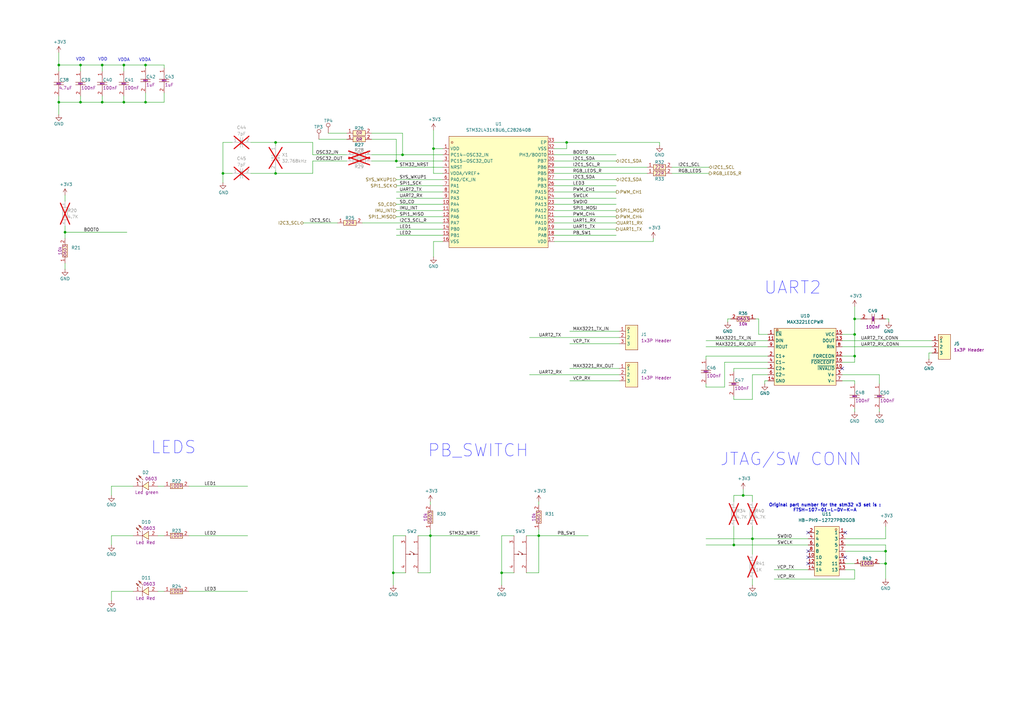
<source format=kicad_sch>
(kicad_sch (version 20250114) (generator "eeschema") (generator_version "9.0")
  (paper "A3")
  (text "PB_SWITCH" (at 196.088 184.912 0) (effects (font (size 5.08 5.08))))
  (text "LEDS" (at 71.12 183.642 0) (effects (font (size 5.08 5.08))))
  (text "VDD" (at 42.164 24.384 0) (effects (font (size 1.27 1.27))))
  (text "JTAG/SW CONN" (at 324.358 188.468 0) (effects (font (size 5.08 5.08))))
  (text "VDDA" (at 59.436 24.638 0) (effects (font (size 1.27 1.27))))
  (text "Original part number for the stm32 v3 set is :\nFTSH-107-01-L-DV-K-A\n" (at 338.328 208.28 0) (effects (font (size 1.27 1.27) (thickness 0.254) (bold yes))))
  (text "VDDA" (at 50.8 24.638 0) (effects (font (size 1.27 1.27))))
  (text "UART2\n" (at 325.12 118.11 0) (effects (font (size 5.08 5.08))))
  (text "VDD" (at 33.02 24.384 0) (effects (font (size 1.27 1.27))))
  (junction (at 24.13 41.91))
  (junction (at 24.13 26.67))
  (junction (at 113.03 58.42))
  (junction (at 304.8 203.2))
  (junction (at 177.8 60.96))
  (junction (at 50.8 26.67))
  (junction (at 41.91 26.67))
  (junction (at 41.91 41.91))
  (junction (at 162.56 66.04))
  (junction (at 26.67 95.25))
  (junction (at 205.74 234.95))
  (junction (at 176.53 219.71))
  (junction (at 113.03 71.12))
  (junction (at 50.8 41.91))
  (junction (at 350.52 130.81))
  (junction (at 91.44 71.12))
  (junction (at 232.41 58.42))
  (junction (at 59.69 41.91))
  (junction (at 350.52 146.05))
  (junction (at 33.02 41.91))
  (junction (at 308.61 220.98))
  (junction (at 220.98 219.71))
  (junction (at 165.1 63.5))
  (junction (at 59.69 26.67))
  (junction (at 350.52 137.16))
  (junction (at 300.99 223.52))
  (junction (at 363.22 231.14))
  (junction (at 363.22 226.06))
  (junction (at 33.02 26.67))
  (junction (at 161.29 234.95))
  (no_connect (at 331.47 228.6))
  (no_connect (at 331.47 218.44))
  (no_connect (at 346.71 218.44))
  (no_connect (at 345.44 151.13))
  (no_connect (at 331.47 231.14))
  (no_connect (at 331.47 226.06))
  (no_connect (at 346.71 228.6))
  (wire (pts (xy 363.22 130.81) (xy 364.49 130.81)))
  (wire (pts (xy 381 144.78) (xy 382.27 144.78)))
  (wire (pts (xy 181.61 71.12) (xy 177.8 71.12)))
  (wire (pts (xy 24.13 21.59) (xy 24.13 26.67)))
  (wire (pts (xy 345.44 142.24) (xy 382.27 142.24)))
  (wire (pts (xy 363.22 220.98) (xy 363.22 215.9)))
  (wire (pts (xy 205.74 234.95) (xy 205.74 240.03)))
  (wire (pts (xy 67.31 27.94) (xy 67.31 26.67)))
  (wire (pts (xy 308.61 203.2) (xy 304.8 203.2)))
  (wire (pts (xy 217.17 153.67) (xy 254 153.67)))
  (wire (pts (xy 45.72 199.39) (xy 54.61 199.39)))
  (wire (pts (xy 360.68 153.67) (xy 360.68 157.48)))
  (wire (pts (xy 363.22 231.14) (xy 363.22 237.49)))
  (wire (pts (xy 364.49 130.81) (xy 364.49 132.08)))
  (wire (pts (xy 297.18 158.75) (xy 297.18 148.59)))
  (wire (pts (xy 113.03 71.12) (xy 113.03 69.85)))
  (wire (pts (xy 205.74 219.71) (xy 205.74 234.95)))
  (wire (pts (xy 300.99 162.56) (xy 300.99 163.83)))
  (wire (pts (xy 311.15 137.16) (xy 311.15 130.81)))
  (wire (pts (xy 350.52 167.64) (xy 350.52 168.91)))
  (wire (pts (xy 227.33 81.28) (xy 252.73 81.28)))
  (wire (pts (xy 317.5 237.49) (xy 350.52 237.49)))
  (wire (pts (xy 345.44 139.7) (xy 382.27 139.7)))
  (wire (pts (xy 171.45 234.95) (xy 176.53 234.95)))
  (wire (pts (xy 171.45 219.71) (xy 176.53 219.71)))
  (wire (pts (xy 298.45 132.08) (xy 298.45 130.81)))
  (wire (pts (xy 360.68 167.64) (xy 360.68 168.91)))
  (wire (pts (xy 220.98 219.71) (xy 241.3 219.71)))
  (wire (pts (xy 220.98 234.95) (xy 220.98 219.71)))
  (wire (pts (xy 205.74 234.95) (xy 210.82 234.95)))
  (wire (pts (xy 227.33 58.42) (xy 232.41 58.42)))
  (wire (pts (xy 50.8 41.91) (xy 41.91 41.91)))
  (wire (pts (xy 308.61 220.98) (xy 331.47 220.98)))
  (wire (pts (xy 176.53 205.74) (xy 176.53 207.01)))
  (wire (pts (xy 59.69 27.94) (xy 59.69 26.67)))
  (wire (pts (xy 102.87 71.12) (xy 113.03 71.12)))
  (wire (pts (xy 345.44 146.05) (xy 350.52 146.05)))
  (wire (pts (xy 165.1 63.5) (xy 165.1 54.61)))
  (wire (pts (xy 45.72 246.38) (xy 45.72 242.57)))
  (wire (pts (xy 304.8 203.2) (xy 304.8 200.66)))
  (wire (pts (xy 26.67 95.25) (xy 52.07 95.25)))
  (wire (pts (xy 77.47 242.57) (xy 101.6 242.57)))
  (wire (pts (xy 227.33 83.82) (xy 252.73 83.82)))
  (wire (pts (xy 91.44 58.42) (xy 91.44 71.12)))
  (wire (pts (xy 177.8 99.06) (xy 177.8 105.41)))
  (wire (pts (xy 176.53 219.71) (xy 196.85 219.71)))
  (wire (pts (xy 45.72 223.52) (xy 45.72 219.71)))
  (wire (pts (xy 300.99 223.52) (xy 300.99 215.9)))
  (wire (pts (xy 152.4 66.04) (xy 162.56 66.04)))
  (wire (pts (xy 275.59 68.58) (xy 290.83 68.58)))
  (wire (pts (xy 148.59 91.44) (xy 181.61 91.44)))
  (wire (pts (xy 300.99 203.2) (xy 300.99 205.74)))
  (wire (pts (xy 233.68 140.97) (xy 254 140.97)))
  (wire (pts (xy 41.91 41.91) (xy 33.02 41.91)))
  (wire (pts (xy 33.02 26.67) (xy 33.02 29.21)))
  (wire (pts (xy 128.27 63.5) (xy 142.24 63.5)))
  (wire (pts (xy 308.61 220.98) (xy 308.61 227.33)))
  (wire (pts (xy 50.8 39.37) (xy 50.8 41.91)))
  (wire (pts (xy 124.46 91.44) (xy 138.43 91.44)))
  (wire (pts (xy 363.22 226.06) (xy 346.71 226.06)))
  (wire (pts (xy 300.99 223.52) (xy 331.47 223.52)))
  (wire (pts (xy 350.52 233.68) (xy 350.52 237.49)))
  (wire (pts (xy 350.52 146.05) (xy 350.52 137.16)))
  (wire (pts (xy 317.5 233.68) (xy 331.47 233.68)))
  (wire (pts (xy 346.71 220.98) (xy 363.22 220.98)))
  (wire (pts (xy 289.56 146.05) (xy 289.56 147.32)))
  (wire (pts (xy 181.61 99.06) (xy 177.8 99.06)))
  (wire (pts (xy 289.56 146.05) (xy 314.96 146.05)))
  (wire (pts (xy 215.9 219.71) (xy 220.98 219.71)))
  (wire (pts (xy 45.72 242.57) (xy 54.61 242.57)))
  (wire (pts (xy 313.69 157.48) (xy 313.69 156.21)))
  (wire (pts (xy 102.87 58.42) (xy 113.03 58.42)))
  (wire (pts (xy 162.56 78.74) (xy 181.61 78.74)))
  (wire (pts (xy 300.99 163.83) (xy 308.61 163.83)))
  (wire (pts (xy 162.56 66.04) (xy 162.56 57.15)))
  (wire (pts (xy 304.8 203.2) (xy 300.99 203.2)))
  (wire (pts (xy 165.1 63.5) (xy 181.61 63.5)))
  (wire (pts (xy 67.31 41.91) (xy 59.69 41.91)))
  (wire (pts (xy 220.98 205.74) (xy 220.98 207.01)))
  (wire (pts (xy 152.4 57.15) (xy 162.56 57.15)))
  (wire (pts (xy 113.03 58.42) (xy 113.03 59.69)))
  (wire (pts (xy 233.68 156.21) (xy 254 156.21)))
  (wire (pts (xy 217.17 138.43) (xy 254 138.43)))
  (wire (pts (xy 95.25 58.42) (xy 91.44 58.42)))
  (wire (pts (xy 41.91 39.37) (xy 41.91 41.91)))
  (wire (pts (xy 270.51 58.42) (xy 270.51 59.69)))
  (wire (pts (xy 300.99 151.13) (xy 300.99 152.4)))
  (wire (pts (xy 346.71 223.52) (xy 363.22 223.52)))
  (wire (pts (xy 297.18 148.59) (xy 314.96 148.59)))
  (wire (pts (xy 67.31 219.71) (xy 64.77 219.71)))
  (wire (pts (xy 300.99 151.13) (xy 314.96 151.13)))
  (wire (pts (xy 363.22 226.06) (xy 363.22 231.14)))
  (wire (pts (xy 308.61 153.67) (xy 314.96 153.67)))
  (wire (pts (xy 91.44 71.12) (xy 95.25 71.12)))
  (wire (pts (xy 45.72 203.2) (xy 45.72 199.39)))
  (wire (pts (xy 227.33 91.44) (xy 252.73 91.44)))
  (wire (pts (xy 350.52 130.81) (xy 350.52 137.16)))
  (wire (pts (xy 350.52 125.73) (xy 350.52 130.81)))
  (wire (pts (xy 232.41 58.42) (xy 270.51 58.42)))
  (wire (pts (xy 33.02 41.91) (xy 24.13 41.91)))
  (wire (pts (xy 350.52 148.59) (xy 350.52 146.05)))
  (wire (pts (xy 26.67 82.55) (xy 26.67 80.01)))
  (wire (pts (xy 233.68 135.89) (xy 254 135.89)))
  (wire (pts (xy 152.4 54.61) (xy 165.1 54.61)))
  (wire (pts (xy 26.67 92.71) (xy 26.67 95.25)))
  (wire (pts (xy 289.56 220.98) (xy 308.61 220.98)))
  (wire (pts (xy 67.31 38.1) (xy 67.31 41.91)))
  (wire (pts (xy 128.27 71.12) (xy 113.03 71.12)))
  (wire (pts (xy 162.56 86.36) (xy 181.61 86.36)))
  (wire (pts (xy 346.71 233.68) (xy 350.52 233.68)))
  (wire (pts (xy 67.31 199.39) (xy 64.77 199.39)))
  (wire (pts (xy 162.56 68.58) (xy 181.61 68.58)))
  (wire (pts (xy 177.8 53.34) (xy 177.8 60.96)))
  (wire (pts (xy 227.33 96.52) (xy 252.73 96.52)))
  (wire (pts (xy 26.67 107.95) (xy 26.67 110.49)))
  (wire (pts (xy 161.29 219.71) (xy 166.37 219.71)))
  (wire (pts (xy 128.27 58.42) (xy 113.03 58.42)))
  (wire (pts (xy 227.33 93.98) (xy 252.73 93.98)))
  (wire (pts (xy 381 147.32) (xy 381 144.78)))
  (wire (pts (xy 227.33 86.36) (xy 252.73 86.36)))
  (wire (pts (xy 267.97 97.79) (xy 267.97 99.06)))
  (wire (pts (xy 161.29 219.71) (xy 161.29 234.95)))
  (wire (pts (xy 26.67 95.25) (xy 26.67 97.79)))
  (wire (pts (xy 162.56 81.28) (xy 181.61 81.28)))
  (wire (pts (xy 289.56 223.52) (xy 300.99 223.52)))
  (wire (pts (xy 152.4 63.5) (xy 165.1 63.5)))
  (wire (pts (xy 59.69 26.67) (xy 50.8 26.67)))
  (wire (pts (xy 233.68 151.13) (xy 254 151.13)))
  (wire (pts (xy 50.8 26.67) (xy 41.91 26.67)))
  (wire (pts (xy 24.13 41.91) (xy 24.13 46.99)))
  (wire (pts (xy 162.56 93.98) (xy 181.61 93.98)))
  (wire (pts (xy 345.44 137.16) (xy 350.52 137.16)))
  (wire (pts (xy 177.8 60.96) (xy 181.61 60.96)))
  (wire (pts (xy 134.62 54.61) (xy 142.24 54.61)))
  (wire (pts (xy 162.56 76.2) (xy 181.61 76.2)))
  (wire (pts (xy 41.91 26.67) (xy 33.02 26.67)))
  (wire (pts (xy 215.9 234.95) (xy 220.98 234.95)))
  (wire (pts (xy 33.02 26.67) (xy 24.13 26.67)))
  (wire (pts (xy 41.91 26.67) (xy 41.91 29.21)))
  (wire (pts (xy 161.29 234.95) (xy 166.37 234.95)))
  (wire (pts (xy 289.56 139.7) (xy 314.96 139.7)))
  (wire (pts (xy 227.33 78.74) (xy 252.73 78.74)))
  (wire (pts (xy 308.61 205.74) (xy 308.61 203.2)))
  (wire (pts (xy 275.59 71.12) (xy 290.83 71.12)))
  (wire (pts (xy 161.29 234.95) (xy 161.29 240.03)))
  (wire (pts (xy 33.02 39.37) (xy 33.02 41.91)))
  (wire (pts (xy 162.56 83.82) (xy 181.61 83.82)))
  (wire (pts (xy 227.33 71.12) (xy 265.43 71.12)))
  (wire (pts (xy 232.41 58.42) (xy 232.41 60.96)))
  (wire (pts (xy 227.33 88.9) (xy 252.73 88.9)))
  (wire (pts (xy 313.69 156.21) (xy 314.96 156.21)))
  (wire (pts (xy 345.44 156.21) (xy 350.52 156.21)))
  (wire (pts (xy 77.47 219.71) (xy 101.6 219.71)))
  (wire (pts (xy 176.53 217.17) (xy 176.53 219.71)))
  (wire (pts (xy 128.27 63.5) (xy 128.27 58.42)))
  (wire (pts (xy 220.98 217.17) (xy 220.98 219.71)))
  (wire (pts (xy 59.69 38.1) (xy 59.69 41.91)))
  (wire (pts (xy 308.61 237.49) (xy 308.61 240.03)))
  (wire (pts (xy 345.44 153.67) (xy 360.68 153.67)))
  (wire (pts (xy 205.74 219.71) (xy 210.82 219.71)))
  (wire (pts (xy 162.56 73.66) (xy 181.61 73.66)))
  (wire (pts (xy 67.31 26.67) (xy 59.69 26.67)))
  (wire (pts (xy 162.56 66.04) (xy 181.61 66.04)))
  (wire (pts (xy 227.33 68.58) (xy 265.43 68.58)))
  (wire (pts (xy 289.56 142.24) (xy 314.96 142.24)))
  (wire (pts (xy 346.71 231.14) (xy 350.52 231.14)))
  (wire (pts (xy 227.33 76.2) (xy 252.73 76.2)))
  (wire (pts (xy 350.52 130.81) (xy 353.06 130.81)))
  (wire (pts (xy 227.33 99.06) (xy 267.97 99.06)))
  (wire (pts (xy 308.61 215.9) (xy 308.61 220.98)))
  (wire (pts (xy 130.81 57.15) (xy 142.24 57.15)))
  (wire (pts (xy 50.8 26.67) (xy 50.8 29.21)))
  (wire (pts (xy 67.31 242.57) (xy 64.77 242.57)))
  (wire (pts (xy 308.61 163.83) (xy 308.61 153.67)))
  (wire (pts (xy 128.27 66.04) (xy 142.24 66.04)))
  (wire (pts (xy 59.69 41.91) (xy 50.8 41.91)))
  (wire (pts (xy 227.33 66.04) (xy 252.73 66.04)))
  (wire (pts (xy 77.47 199.39) (xy 101.6 199.39)))
  (wire (pts (xy 91.44 71.12) (xy 91.44 74.93)))
  (wire (pts (xy 24.13 26.67) (xy 24.13 29.21)))
  (wire (pts (xy 309.88 130.81) (xy 311.15 130.81)))
  (wire (pts (xy 363.22 223.52) (xy 363.22 226.06)))
  (wire (pts (xy 227.33 73.66) (xy 252.73 73.66)))
  (wire (pts (xy 298.45 130.81) (xy 299.72 130.81)))
  (wire (pts (xy 162.56 88.9) (xy 181.61 88.9)))
  (wire (pts (xy 314.96 137.16) (xy 311.15 137.16)))
  (wire (pts (xy 345.44 148.59) (xy 350.52 148.59)))
  (wire (pts (xy 227.33 60.96) (xy 232.41 60.96)))
  (wire (pts (xy 177.8 60.96) (xy 177.8 71.12)))
  (wire (pts (xy 289.56 158.75) (xy 297.18 158.75)))
  (wire (pts (xy 45.72 219.71) (xy 54.61 219.71)))
  (wire (pts (xy 176.53 234.95) (xy 176.53 219.71)))
  (wire (pts (xy 227.33 63.5) (xy 252.73 63.5)))
  (wire (pts (xy 289.56 157.48) (xy 289.56 158.75)))
  (wire (pts (xy 162.56 96.52) (xy 181.61 96.52)))
  (wire (pts (xy 128.27 66.04) (xy 128.27 71.12)))
  (wire (pts (xy 24.13 41.91) (xy 24.13 39.37)))
  (wire (pts (xy 360.68 231.14) (xy 363.22 231.14)))
  (wire (pts (xy 350.52 156.21) (xy 350.52 157.48)))
  (label "SYS_WKUP1" (at 163.83 73.66 0))
  (label "MAX3221_RX_OUT" (at 293.37 142.24 0))
  (label "IMU_INT" (at 163.83 86.36 0))
  (label "LED1" (at 163.83 93.98 0))
  (label "STM32_NRST" (at 163.83 68.58 0))
  (label "LED3" (at 83.82 242.57 0))
  (label "VCP_RX" (at 318.77 237.49 0))
  (label "STM32_NRST" (at 184.15 219.71 0))
  (label "I2C1_SCL" (at 278.13 68.58 0))
  (label "UART1_RX" (at 234.95 91.44 0))
  (label "I2C1_SCL_R" (at 234.95 68.58 0))
  (label "MAX3221_TX_IN" (at 293.37 139.7 0))
  (label "SD_CD" (at 163.83 83.82 0))
  (label "VCP_TX" (at 318.77 233.68 0))
  (label "VCP_RX" (at 234.95 156.21 0))
  (label "I2C1_SDA" (at 234.95 66.04 0))
  (label "OSC32_OUT" (at 129.54 66.04 0))
  (label "OSC32_IN" (at 129.54 63.5 0))
  (label "MAX3221_RX_OUT" (at 234.95 151.13 0))
  (label "I2C3_SDA" (at 234.95 73.66 0))
  (label "SPI1_MOSI" (at 234.95 86.36 0))
  (label "PWM_CH1" (at 234.95 78.74 0))
  (label "LED1" (at 83.82 199.39 0))
  (label "BOOT0" (at 234.95 63.5 0))
  (label "UART2_TX" (at 163.83 78.74 0))
  (label "SPI1_SCK" (at 163.83 76.2 0))
  (label "UART2_TX" (at 220.98 138.43 0))
  (label "I2C3_SCL" (at 135.89 91.44 180))
  (label "SWDIO" (at 318.77 220.98 0))
  (label "SWDIO" (at 234.95 83.82 0))
  (label "LED2" (at 83.82 219.71 0))
  (label "I2C3_SCL_R" (at 163.83 91.44 0))
  (label "SWCLK" (at 318.77 223.52 0))
  (label "BOOT0" (at 34.29 95.25 0))
  (label "PB_SW1" (at 228.6 219.71 0))
  (label "VCP_TX" (at 234.95 140.97 0))
  (label "RGB_LEDS" (at 278.13 71.12 0))
  (label "PWM_CH4" (at 234.95 88.9 0))
  (label "UART2_RX" (at 220.98 153.67 0))
  (label "RGB_LEDS_R" (at 234.95 71.12 0))
  (label "UART1_TX" (at 234.95 93.98 0))
  (label "SWCLK" (at 234.95 81.28 0))
  (label "MAX3221_TX_IN" (at 234.95 135.89 0))
  (label "SPI1_MISO" (at 163.83 88.9 0))
  (label "UART2_RX_CONN" (at 353.06 142.24 0))
  (label "PB_SW1" (at 234.95 96.52 0))
  (label "UART2_TX_CONN" (at 353.06 139.7 0))
  (label "LED2" (at 163.83 96.52 0))
  (label "LED3" (at 234.95 76.2 0))
  (label "UART2_RX" (at 163.83 81.28 0))
  (hierarchical_label "I2C3_SDA" (shape bidirectional) (at 252.73 73.66 0))
  (hierarchical_label "SD_CD" (shape input) (at 162.56 83.82 180))
  (hierarchical_label "I2C3_SCL" (shape bidirectional) (at 124.46 91.44 180))
  (hierarchical_label "UART1_TX" (shape output) (at 252.73 93.98 0))
  (hierarchical_label "SPI1_MISO" (shape input) (at 162.56 88.9 180))
  (hierarchical_label "RGB_LEDS_R" (shape output) (at 290.83 71.12 0))
  (hierarchical_label "SPI1_SCK" (shape output) (at 162.56 76.2 180))
  (hierarchical_label "IMU_INT" (shape input) (at 162.56 86.36 180))
  (hierarchical_label "I2C1_SCL" (shape bidirectional) (at 290.83 68.58 0))
  (hierarchical_label "PWM_CH1" (shape output) (at 252.73 78.74 0))
  (hierarchical_label "PWM_CH4" (shape output) (at 252.73 88.9 0))
  (hierarchical_label "UART1_RX" (shape input) (at 252.73 91.44 0))
  (hierarchical_label "SPI1_MOSI" (shape output) (at 252.73 86.36 0))
  (hierarchical_label "SYS_WKUP1" (shape input) (at 162.56 73.66 180))
  (hierarchical_label "I2C1_SDA" (shape bidirectional) (at 252.73 66.04 0))
  (symbol (lib_id "easyeda2kicad:0603WAF4701T5E") (at 300.99 210.82 270) (unit 1) (exclude_from_sim yes) (in_bom no) (dnp yes)
    (property "Reference" "R34" (at 302.006 209.55 90) (effects (justify left)))
    (property "Value" "0603WAF4701T5E" (effects (hide yes)))
    (property "Footprint" "easyeda2kicad:R0603" (effects (hide yes)))
    (property "Datasheet" "https://lcsc.com/product-detail/Chip-Resistor-Surface-Mount-UniOhm_4-7KR-4701-1_C23162.html" (effects (hide yes)))
    (property "Description" "4.7K" (at 302.006 212.09 90) (effects (justify left)))
    (property "LCSC Part" "C23162" (effects (hide yes)))
  )
  (symbol (lib_id "power:GND") (at 177.8 105.41 0) (unit 1)
    (property "Reference" "#PWR012" (effects (hide yes)))
    (property "Value" "GND" (at 177.8 109.22 0))
    (property "Description" "Power symbol creates a global label with name \"GND\" , ground" (effects (hide yes)))
  )
  (symbol (lib_id "power:GND") (at 270.51 59.69 0) (mirror y) (unit 1)
    (property "Reference" "#PWR016" (effects (hide yes)))
    (property "Value" "GND" (at 270.51 63.5 0))
    (property "Description" "Power symbol creates a global label with name \"GND\" , ground" (effects (hide yes)))
  )
  (symbol (lib_id "easyeda2kicad:PZ254V-11-03P_C2937625") (at 387.35 142.24 0) (unit 1)
    (property "Reference" "J5" (at 391.16 140.9699 0) (effects (justify left)))
    (property "Value" "PZ254V-11-03P_C2937625" (effects (hide yes)))
    (property "Footprint" "easyeda2kicad:HDR-TH_3P-P2.54-V-M" (effects (hide yes)))
    (property "Description" "1x3P Header" (at 391.16 143.5099 0) (effects (justify left)))
    (property "LCSC Part" "C2937625" (effects (hide yes)))
  )
  (symbol (lib_id "easyeda2kicad:0603WAF1000T5E") (at 72.39 242.57 0) (unit 1)
    (property "Reference" "R24" (at 72.39 240.538 0))
    (property "Value" "0603WAF1000T5E" (effects (hide yes)))
    (property "Footprint" "easyeda2kicad:R0603" (effects (hide yes)))
    (property "Datasheet" "https://lcsc.com/product-detail/Chip-Resistor-Surface-Mount-UniOhm_100R-1000-1_C22775.html" (effects (hide yes)))
    (property "Description" "100R" (at 72.39 242.57 0))
    (property "LCSC Part" "C22775" (effects (hide yes)))
  )
  (symbol (lib_id "SAMC21_breakout-rescue:GND") (at 45.72 246.38 0) (mirror y) (unit 1)
    (property "Reference" "#PWR07" (effects (hide yes)))
    (property "Value" "GND" (at 45.72 250.19 0))
  )
  (symbol (lib_id "power:GND") (at 26.67 110.49 0) (mirror y) (unit 1)
    (property "Reference" "#PWR04" (effects (hide yes)))
    (property "Value" "GND" (at 26.67 114.3 0))
    (property "Description" "Power symbol creates a global label with name \"GND\" , ground" (effects (hide yes)))
  )
  (symbol (lib_id "power:GND") (at 298.45 132.08 0) (mirror y) (unit 1)
    (property "Reference" "#PWR017" (effects (hide yes)))
    (property "Value" "GND" (at 298.45 135.89 0))
    (property "Description" "Power symbol creates a global label with name \"GND\" , ground" (effects (hide yes)))
  )
  (symbol (lib_id "easyeda2kicad:KT-0603R") (at 59.69 242.57 0) (unit 1)
    (property "Reference" "D11" (at 59.944 236.982 0))
    (property "Value" "KT-0603R" (effects (hide yes)))
    (property "Footprint" "easyeda2kicad:LED0603-RD" (effects (hide yes)))
    (property "Datasheet" "https://lcsc.com/product-detail/Light-Emitting-Diodes-LED_Red-LED-0603_C2286.html" (effects (hide yes)))
    (property "Description" "Led Red" (at 59.69 245.364 0))
    (property "LCSC Part" "C2286" (effects (hide yes)))
    (property "Field6" "0603" (at 61.214 239.522 0))
  )
  (symbol (lib_id "power:GND") (at 313.69 157.48 0) (mirror y) (unit 1)
    (property "Reference" "#PWR020" (effects (hide yes)))
    (property "Value" "GND" (at 313.69 161.29 0))
    (property "Description" "Power symbol creates a global label with name \"GND\" , ground" (effects (hide yes)))
  )
  (symbol (lib_id "power:GND") (at 308.61 240.03 0) (mirror y) (unit 1)
    (property "Reference" "#PWR019" (effects (hide yes)))
    (property "Value" "GND" (at 308.61 243.84 0))
    (property "Description" "Power symbol creates a global label with name \"GND\" , ground" (effects (hide yes)))
  )
  (symbol (lib_id "easyeda2kicad:STM32L431KBU6_C2826408") (at 204.47 78.74 0) (unit 1)
    (property "Reference" "U1" (at 204.47 50.8 0))
    (property "Value" "STM32L431KBU6_C2826408" (at 204.47 53.34 0))
    (property "Footprint" "easyeda2kicad:QFN-32_L5.0-W5.0-P0.50-TL-EP3.5" (effects (hide yes)))
    (property "LCSC Part" "C2826408" (effects (hide yes)))
  )
  (symbol (lib_id "power:GND") (at 24.13 46.99 0) (mirror y) (unit 1)
    (property "Reference" "#PWR02" (effects (hide yes)))
    (property "Value" "GND" (at 24.13 50.8 0))
    (property "Description" "Power symbol creates a global label with name \"GND\" , ground" (effects (hide yes)))
  )
  (symbol (lib_id "Connector:TestPoint") (at 134.62 54.61 0) (unit 1)
    (property "Reference" "TP4" (at 132.842 49.53 0) (effects (justify left)))
    (property "Value" "TestPoint" (effects (hide yes)))
    (property "Footprint" "TestPoint:TestPoint_Pad_2.0x2.0mm" (effects (hide yes)))
    (property "Description" "test point" (effects (hide yes)))
  )
  (symbol (lib_id "SAMC21_breakout-rescue:+3V3-power") (at 267.97 97.79 0) (unit 1)
    (property "Reference" "#PWR015" (effects (hide yes)))
    (property "Value" "+3V3" (at 268.351 93.3958 0))
  )
  (symbol (lib_id "power:GND") (at 381 147.32 0) (mirror y) (unit 1)
    (property "Reference" "#PWR027" (effects (hide yes)))
    (property "Value" "GND" (at 381 151.13 0))
    (property "Description" "Power symbol creates a global label with name \"GND\" , ground" (effects (hide yes)))
  )
  (symbol (lib_id "easyeda2kicad:0603WAF1002T5E") (at 220.98 212.09 90) (unit 1)
    (property "Reference" "R31" (at 223.52 210.8199 90) (effects (justify right)))
    (property "Value" "0603WAF1002T5E" (effects (hide yes)))
    (property "Footprint" "easyeda2kicad:R0603" (effects (hide yes)))
    (property "Datasheet" "https://lcsc.com/product-detail/Chip-Resistor-Surface-Mount-UniOhm_10KR-1002-1_C25804.html" (effects (hide yes)))
    (property "Description" "10k" (at 218.948 212.09 0))
    (property "LCSC Part" "C25804" (effects (hide yes)))
    (property "Field6" "0603" (at 220.98 212.09 0))
  )
  (symbol (lib_id "easyeda2kicad:HB-PH9-12727PB2GOB") (at 339.09 226.06 0) (mirror y) (unit 1)
    (property "Reference" "U11" (at 339.09 210.82 0))
    (property "Value" "HB-PH9-12727PB2GOB" (at 339.09 213.36 0))
    (property "Footprint" "easyeda2kicad:HDR-SMD_14P-P1.27-V-M-R2-C7-LS5.5" (effects (hide yes)))
    (property "LCSC Part" "C6332251" (effects (hide yes)))
  )
  (symbol (lib_id "easyeda2kicad:CC0603KRX7R9BB104") (at 350.52 162.56 270) (unit 1)
    (property "Reference" "C48" (at 350.774 161.036 90) (effects (justify left)))
    (property "Value" "CC0603KRX7R9BB104" (effects (hide yes)))
    (property "Footprint" "easyeda2kicad:C0603" (effects (hide yes)))
    (property "Datasheet" "https://lcsc.com/product-detail/Multilayer-Ceramic-Capacitors-MLCC-SMD-SMT_100nF-104-10-50V_C14663.html" (effects (hide yes)))
    (property "Description" "100nF" (at 350.774 164.338 90) (effects (justify left)))
    (property "LCSC Part" "C14663" (effects (hide yes)))
    (property "Package" "0603" (at 349.504 162.56 90) (effects (font (size 0.508 0.508)) (justify left)))
  )
  (symbol (lib_id "SAMC21_breakout-rescue:GND") (at 45.72 203.2 0) (mirror y) (unit 1)
    (property "Reference" "#PWR05" (effects (hide yes)))
    (property "Value" "GND" (at 45.72 207.01 0))
  )
  (symbol (lib_id "power:GND") (at 161.29 240.03 0) (unit 1)
    (property "Reference" "#PWR09" (effects (hide yes)))
    (property "Value" "GND" (at 161.29 243.84 0))
    (property "Description" "Power symbol creates a global label with name \"GND\" , ground" (effects (hide yes)))
  )
  (symbol (lib_id "SAMC21_breakout-rescue:GND") (at 45.72 223.52 0) (mirror y) (unit 1)
    (property "Reference" "#PWR06" (effects (hide yes)))
    (property "Value" "GND" (at 45.72 227.33 0))
  )
  (symbol (lib_id "easyeda2kicad:0603WAF0000T5E") (at 147.32 54.61 0) (unit 1)
    (property "Reference" "R26" (at 147.32 52.578 0))
    (property "Value" "0603WAF0000T5E" (effects (hide yes)))
    (property "Footprint" "easyeda2kicad:R0603" (effects (hide yes)))
    (property "Datasheet" "https://lcsc.com/product-detail/Chip-Resistor-Surface-Mount-UniOhm_0R-0R0-1_C21189.html" (effects (hide yes)))
    (property "Description" "0R" (at 147.32 54.61 0))
    (property "LCSC Part" "C21189" (effects (hide yes)))
  )
  (symbol (lib_id "easyeda2kicad:CL10A105KB8NNNC") (at 59.69 33.02 270) (unit 1)
    (property "Reference" "C42" (at 59.944 31.496 90) (effects (justify left)))
    (property "Value" "CL10A105KB8NNNC" (effects (hide yes)))
    (property "Footprint" "easyeda2kicad:C0603" (effects (hide yes)))
    (property "Datasheet" "https://lcsc.com/product-detail/Multilayer-Ceramic-Capacitors-MLCC-SMD-SMT_SAMSUNG_CL10A105KB8NNNC_1uF-105-10-50V_C15849.html" (effects (hide yes)))
    (property "Description" "1uF" (at 59.944 34.798 90) (effects (justify left)))
    (property "LCSC Part" "C15849" (effects (hide yes)))
    (property "Package" "0603" (at 58.674 33.02 90) (effects (font (size 0.508 0.508)) (justify left)))
  )
  (symbol (lib_id "easyeda2kicad:0603WAF0000T5E") (at 147.32 66.04 0) (unit 1) (exclude_from_sim yes) (in_bom no) (dnp yes)
    (property "Reference" "R29" (at 147.32 68.326 0))
    (property "Value" "0603WAF0000T5E" (effects (hide yes)))
    (property "Footprint" "easyeda2kicad:R0603" (effects (hide yes)))
    (property "Datasheet" "https://lcsc.com/product-detail/Chip-Resistor-Surface-Mount-UniOhm_0R-0R0-1_C21189.html" (effects (hide yes)))
    (property "Description" "0R" (at 147.32 66.04 0))
    (property "LCSC Part" "C21189" (effects (hide yes)))
  )
  (symbol (lib_id "easyeda2kicad:CC0603KRX7R9BB104") (at 33.02 34.29 270) (unit 1)
    (property "Reference" "C39" (at 33.274 32.766 90) (effects (justify left)))
    (property "Value" "CC0603KRX7R9BB104" (effects (hide yes)))
    (property "Footprint" "easyeda2kicad:C0603" (effects (hide yes)))
    (property "Datasheet" "https://lcsc.com/product-detail/Multilayer-Ceramic-Capacitors-MLCC-SMD-SMT_100nF-104-10-50V_C14663.html" (effects (hide yes)))
    (property "Description" "100nF" (at 33.274 36.068 90) (effects (justify left)))
    (property "LCSC Part" "C14663" (effects (hide yes)))
    (property "Package" "0603" (at 32.004 34.29 90) (effects (font (size 0.508 0.508)) (justify left)))
  )
  (symbol (lib_id "easyeda2kicad:CC0603KRX7R9BB104") (at 41.91 34.29 270) (unit 1)
    (property "Reference" "C40" (at 42.164 32.766 90) (effects (justify left)))
    (property "Value" "CC0603KRX7R9BB104" (effects (hide yes)))
    (property "Footprint" "easyeda2kicad:C0603" (effects (hide yes)))
    (property "Datasheet" "https://lcsc.com/product-detail/Multilayer-Ceramic-Capacitors-MLCC-SMD-SMT_100nF-104-10-50V_C14663.html" (effects (hide yes)))
    (property "Description" "100nF" (at 42.164 36.068 90) (effects (justify left)))
    (property "LCSC Part" "C14663" (effects (hide yes)))
    (property "Package" "0603" (at 40.894 34.29 90) (effects (font (size 0.508 0.508)) (justify left)))
  )
  (symbol (lib_id "easyeda2kicad:SC-32S32.768kHz20PPM7pF") (at 113.03 64.77 270) (unit 1) (exclude_from_sim yes) (in_bom no) (dnp yes)
    (property "Reference" "X1" (at 115.57 63.4999 90) (effects (justify left)))
    (property "Value" "SC-32S32.768kHz20PPM7pF" (effects (hide yes)))
    (property "Footprint" "easyeda2kicad:OSC-SMD_L3.2-W1.5" (effects (hide yes)))
    (property "Datasheet" "https://lcsc.com/product-detail/SMD-Crystals_SEIKO_SC-32S32-768kHz20PPM7pF_32-768kHz-20PPM-7pF_C97604.html" (effects (hide yes)))
    (property "Description" "32.768kHz" (at 115.57 66.0399 90) (effects (justify left)))
    (property "LCSC Part" "C97604" (effects (hide yes)))
  )
  (symbol (lib_id "Connector:TestPoint") (at 130.81 57.15 0) (unit 1)
    (property "Reference" "TP3" (at 128.778 52.07 0) (effects (justify left)))
    (property "Value" "TestPoint" (effects (hide yes)))
    (property "Footprint" "TestPoint:TestPoint_Pad_2.0x2.0mm" (effects (hide yes)))
    (property "Description" "test point" (effects (hide yes)))
  )
  (symbol (lib_id "SAMC21_breakout-rescue:+3V3-power") (at 24.13 21.59 0) (unit 1)
    (property "Reference" "#PWR01" (effects (hide yes)))
    (property "Value" "+3V3" (at 24.511 17.1958 0))
  )
  (symbol (lib_id "easyeda2kicad:PZ254V-11-03P_C2937625") (at 259.08 138.43 0) (unit 1)
    (property "Reference" "J1" (at 262.89 137.1599 0) (effects (justify left)))
    (property "Value" "PZ254V-11-03P_C2937625" (effects (hide yes)))
    (property "Footprint" "easyeda2kicad:HDR-TH_3P-P2.54-V-M" (effects (hide yes)))
    (property "Description" "1x3P Header" (at 262.89 139.6999 0) (effects (justify left)))
    (property "LCSC Part" "C2937625" (effects (hide yes)))
  )
  (symbol (lib_id "SAMC21_breakout-rescue:+3V3-power") (at 304.8 200.66 0) (unit 1)
    (property "Reference" "#PWR018" (effects (hide yes)))
    (property "Value" "+3V3" (at 305.181 196.2658 0))
  )
  (symbol (lib_id "easyeda2kicad:CC0603KRX7R9BB104") (at 289.56 152.4 270) (unit 1)
    (property "Reference" "C46" (at 289.814 150.876 90) (effects (justify left)))
    (property "Value" "CC0603KRX7R9BB104" (effects (hide yes)))
    (property "Footprint" "easyeda2kicad:C0603" (effects (hide yes)))
    (property "Datasheet" "https://lcsc.com/product-detail/Multilayer-Ceramic-Capacitors-MLCC-SMD-SMT_100nF-104-10-50V_C14663.html" (effects (hide yes)))
    (property "Description" "100nF" (at 289.814 154.178 90) (effects (justify left)))
    (property "LCSC Part" "C14663" (effects (hide yes)))
    (property "Package" "0603" (at 288.544 152.4 90) (effects (font (size 0.508 0.508)) (justify left)))
  )
  (symbol (lib_id "power:GND") (at 205.74 240.03 0) (unit 1)
    (property "Reference" "#PWR013" (effects (hide yes)))
    (property "Value" "GND" (at 205.74 243.84 0))
    (property "Description" "Power symbol creates a global label with name \"GND\" , ground" (effects (hide yes)))
  )
  (symbol (lib_id "power:GND") (at 91.44 74.93 0) (unit 1)
    (property "Reference" "#PWR08" (effects (hide yes)))
    (property "Value" "GND" (at 91.694 78.994 0))
    (property "Description" "Power symbol creates a global label with name \"GND\" , ground" (effects (hide yes)))
  )
  (symbol (lib_id "easyeda2kicad:0603CG7R0C500NT") (at 99.06 71.12 0) (unit 1) (exclude_from_sim yes) (in_bom no) (dnp yes)
    (property "Reference" "C45" (at 99.06 65.024 0))
    (property "Value" "0603CG7R0C500NT" (effects (hide yes)))
    (property "Footprint" "easyeda2kicad:C0603" (effects (hide yes)))
    (property "Datasheet" "https://lcsc.com/product-detail/Multilayer-Ceramic-Capacitors-MLCC-SMD-SMT_7-0pF-7R0-0-25pF-50V_C1682.html" (effects (hide yes)))
    (property "Description" "7pF" (at 99.06 67.564 0))
    (property "LCSC Part" "C1682" (effects (hide yes)))
    (property "Package" "0603" (at 99.06 71.12 90) (effects (font (size 0.508 0.508))))
  )
  (symbol (lib_id "easyeda2kicad:0603WAF1000T5E") (at 72.39 199.39 0) (unit 1)
    (property "Reference" "R22" (at 72.39 197.358 0))
    (property "Value" "0603WAF1000T5E" (effects (hide yes)))
    (property "Footprint" "easyeda2kicad:R0603" (effects (hide yes)))
    (property "Datasheet" "https://lcsc.com/product-detail/Chip-Resistor-Surface-Mount-UniOhm_100R-1000-1_C22775.html" (effects (hide yes)))
    (property "Description" "100R" (at 72.39 199.39 0))
    (property "LCSC Part" "C22775" (effects (hide yes)))
  )
  (symbol (lib_id "SAMC21_breakout-rescue:+3V3-power") (at 176.53 205.74 0) (unit 1)
    (property "Reference" "#PWR010" (effects (hide yes)))
    (property "Value" "+3V3" (at 176.911 201.3458 0))
  )
  (symbol (lib_id "power:GND") (at 364.49 132.08 0) (mirror y) (unit 1)
    (property "Reference" "#PWR026" (effects (hide yes)))
    (property "Value" "GND" (at 364.49 135.89 0))
    (property "Description" "Power symbol creates a global label with name \"GND\" , ground" (effects (hide yes)))
  )
  (symbol (lib_id "SAMC21_breakout-rescue:+3V3-power") (at 220.98 205.74 0) (unit 1)
    (property "Reference" "#PWR014" (effects (hide yes)))
    (property "Value" "+3V3" (at 221.361 201.3458 0))
  )
  (symbol (lib_id "easyeda2kicad:0603WAF1001T5E") (at 308.61 232.41 270) (unit 1) (exclude_from_sim yes) (in_bom no) (dnp yes)
    (property "Reference" "R41" (at 309.88 231.14 90) (effects (justify left)))
    (property "Value" "0603WAF1001T5E" (effects (hide yes)))
    (property "Footprint" "easyeda2kicad:R0603" (effects (hide yes)))
    (property "Datasheet" "https://lcsc.com/product-detail/Chip-Resistor-Surface-Mount-UniOhm_1KR-1001-1_C21190.html" (effects (hide yes)))
    (property "Description" "1K" (at 309.88 233.68 90) (effects (justify left)))
    (property "LCSC Part" "C21190" (effects (hide yes)))
  )
  (symbol (lib_id "SAMC21_breakout-rescue:+3V3-power") (at 363.22 215.9 0) (unit 1)
    (property "Reference" "#PWR024" (effects (hide yes)))
    (property "Value" "+3V3" (at 363.601 211.5058 0))
  )
  (symbol (lib_id "easyeda2kicad:0603Green509-620mcd") (at 59.69 199.39 0) (unit 1)
    (property "Reference" "D2" (at 59.69 193.802 0))
    (property "Value" "0603 Green 509-620mcd" (effects (hide yes)))
    (property "Footprint" "easyeda2kicad:LED0603-RD" (effects (hide yes)))
    (property "Datasheet" "https://lcsc.com/product-detail/Light-Emitting-Diodes-LED_0603-Green_C12624.html" (effects (hide yes)))
    (property "Description" "Led green" (at 60.198 201.93 0))
    (property "LCSC Part" "C12624" (effects (hide yes)))
    (property "Field6" "0603" (at 61.976 196.342 0))
  )
  (symbol (lib_id "power:GND") (at 360.68 168.91 0) (mirror y) (unit 1)
    (property "Reference" "#PWR023" (effects (hide yes)))
    (property "Value" "GND" (at 360.68 172.72 0))
    (property "Description" "Power symbol creates a global label with name \"GND\" , ground" (effects (hide yes)))
  )
  (symbol (lib_id "easyeda2kicad:CC0603KRX7R9BB104") (at 300.99 157.48 270) (unit 1)
    (property "Reference" "C47" (at 301.244 155.956 90) (effects (justify left)))
    (property "Value" "CC0603KRX7R9BB104" (effects (hide yes)))
    (property "Footprint" "easyeda2kicad:C0603" (effects (hide yes)))
    (property "Datasheet" "https://lcsc.com/product-detail/Multilayer-Ceramic-Capacitors-MLCC-SMD-SMT_100nF-104-10-50V_C14663.html" (effects (hide yes)))
    (property "Description" "100nF" (at 301.244 159.258 90) (effects (justify left)))
    (property "LCSC Part" "C14663" (effects (hide yes)))
    (property "Package" "0603" (at 299.974 157.48 90) (effects (font (size 0.508 0.508)) (justify left)))
  )
  (symbol (lib_id "easyeda2kicad:CC0603KRX7R9BB104") (at 358.14 130.81 180) (unit 1)
    (property "Reference" "C49" (at 359.918 127.508 0) (effects (justify left)))
    (property "Value" "CC0603KRX7R9BB104" (effects (hide yes)))
    (property "Footprint" "easyeda2kicad:C0603" (effects (hide yes)))
    (property "Datasheet" "https://lcsc.com/product-detail/Multilayer-Ceramic-Capacitors-MLCC-SMD-SMT_100nF-104-10-50V_C14663.html" (effects (hide yes)))
    (property "Description" "100nF" (at 361.188 134.112 0) (effects (justify left)))
    (property "LCSC Part" "C14663" (effects (hide yes)))
    (property "Package" "0603" (at 358.14 129.794 90) (effects (font (size 0.508 0.508)) (justify left)))
  )
  (symbol (lib_id "easyeda2kicad:6.0*6.0*6.0") (at 168.91 227.33 270) (unit 1)
    (property "Reference" "SW2" (at 166.878 217.932 90) (effects (justify left)))
    (property "Value" "6.0*6.0*6.0" (effects (hide yes)))
    (property "Footprint" "easyeda2kicad:SW-SMD_4P-L6.0-W6.0-P4.50-LS8.6" (effects (hide yes)))
    (property "Description" "Push button" (effects (hide yes)))
    (property "LCSC Part" "C5127964" (effects (hide yes)))
  )
  (symbol (lib_id "SAMC21_breakout-rescue:+3V3-power") (at 350.52 125.73 0) (unit 1)
    (property "Reference" "#PWR021" (effects (hide yes)))
    (property "Value" "+3V3" (at 350.901 121.3358 0))
  )
  (symbol (lib_id "easyeda2kicad:0603WAF1000T5E") (at 355.6 231.14 0) (unit 1)
    (property "Reference" "R42" (at 355.6 229.108 0))
    (property "Value" "0603WAF1000T5E" (effects (hide yes)))
    (property "Footprint" "easyeda2kicad:R0603" (effects (hide yes)))
    (property "Datasheet" "https://lcsc.com/product-detail/Chip-Resistor-Surface-Mount-UniOhm_100R-1000-1_C22775.html" (effects (hide yes)))
    (property "Description" "100R" (at 355.6 231.14 0))
    (property "LCSC Part" "C22775" (effects (hide yes)))
  )
  (symbol (lib_id "easyeda2kicad:MAX3221ECPWR") (at 330.2 147.32 0) (unit 1)
    (property "Reference" "U10" (at 330.2 129.54 0))
    (property "Value" "MAX3221ECPWR" (at 330.2 132.08 0))
    (property "Footprint" "easyeda2kicad:TSSOP-16_L5.0-W4.4-P0.65-LS6.4-BL" (effects (hide yes)))
    (property "Datasheet" "https://lcsc.com/product-detail/Others_Texas-Instruments-TI-MAX3221ECPWR_C350553.html" (effects (hide yes)))
    (property "LCSC Part" "C350553" (effects (hide yes)))
  )
  (symbol (lib_id "easyeda2kicad:0603WAF220JT5E") (at 270.51 68.58 0) (unit 1)
    (property "Reference" "R32" (at 270.51 66.548 0))
    (property "Value" "0603WAF220JT5E" (effects (hide yes)))
    (property "Footprint" "easyeda2kicad:R0603" (effects (hide yes)))
    (property "Datasheet" "https://lcsc.com/product-detail/Chip-Resistor-Surface-Mount-UniOhm_22R-22R0-1_C23345.html" (effects (hide yes)))
    (property "Description" "22R" (at 270.51 68.58 0))
    (property "LCSC Part" "C23345" (effects (hide yes)))
  )
  (symbol (lib_id "easyeda2kicad:0603WAF4701T5E") (at 308.61 210.82 270) (unit 1) (exclude_from_sim yes) (in_bom no) (dnp yes)
    (property "Reference" "R40" (at 309.626 209.55 90) (effects (justify left)))
    (property "Value" "0603WAF4701T5E" (effects (hide yes)))
    (property "Footprint" "easyeda2kicad:R0603" (effects (hide yes)))
    (property "Datasheet" "https://lcsc.com/product-detail/Chip-Resistor-Surface-Mount-UniOhm_4-7KR-4701-1_C23162.html" (effects (hide yes)))
    (property "Description" "4.7K" (at 309.626 212.09 90) (effects (justify left)))
    (property "LCSC Part" "C23162" (effects (hide yes)))
  )
  (symbol (lib_id "easyeda2kicad:KT-0603R") (at 59.69 219.71 0) (unit 1)
    (property "Reference" "D10" (at 59.944 214.122 0))
    (property "Value" "KT-0603R" (effects (hide yes)))
    (property "Footprint" "easyeda2kicad:LED0603-RD" (effects (hide yes)))
    (property "Datasheet" "https://lcsc.com/product-detail/Light-Emitting-Diodes-LED_Red-LED-0603_C2286.html" (effects (hide yes)))
    (property "Description" "Led Red" (at 59.69 222.504 0))
    (property "LCSC Part" "C2286" (effects (hide yes)))
    (property "Field6" "0603" (at 61.214 216.662 0))
  )
  (symbol (lib_id "easyeda2kicad:PZ254V-11-03P_C2937625") (at 259.08 153.67 0) (unit 1)
    (property "Reference" "J2" (at 262.89 152.3999 0) (effects (justify left)))
    (property "Value" "PZ254V-11-03P_C2937625" (effects (hide yes)))
    (property "Footprint" "easyeda2kicad:HDR-TH_3P-P2.54-V-M" (effects (hide yes)))
    (property "Description" "1x3P Header" (at 262.89 154.9399 0) (effects (justify left)))
    (property "LCSC Part" "C2937625" (effects (hide yes)))
  )
  (symbol (lib_id "easyeda2kicad:6.0*6.0*6.0") (at 213.36 227.33 270) (unit 1)
    (property "Reference" "SW3" (at 211.328 217.932 90) (effects (justify left)))
    (property "Value" "6.0*6.0*6.0" (effects (hide yes)))
    (property "Footprint" "easyeda2kicad:SW-SMD_4P-L6.0-W6.0-P4.50-LS8.6" (effects (hide yes)))
    (property "Description" "Push button" (effects (hide yes)))
    (property "LCSC Part" "C5127964" (effects (hide yes)))
  )
  (symbol (lib_id "SAMC21_breakout-rescue:+3V3-power") (at 177.8 53.34 0) (unit 1)
    (property "Reference" "#PWR011" (effects (hide yes)))
    (property "Value" "+3V3" (at 178.181 48.9458 0))
  )
  (symbol (lib_id "easyeda2kicad:0603WAF220JT5E") (at 270.51 71.12 0) (unit 1)
    (property "Reference" "R33" (at 270.51 73.406 0))
    (property "Value" "0603WAF220JT5E" (effects (hide yes)))
    (property "Footprint" "easyeda2kicad:R0603" (effects (hide yes)))
    (property "Datasheet" "https://lcsc.com/product-detail/Chip-Resistor-Surface-Mount-UniOhm_22R-22R0-1_C23345.html" (effects (hide yes)))
    (property "Description" "22R" (at 270.51 71.12 0))
    (property "LCSC Part" "C23345" (effects (hide yes)))
  )
  (symbol (lib_id "easyeda2kicad:0603WAF1000T5E") (at 72.39 219.71 0) (unit 1)
    (property "Reference" "R23" (at 72.39 217.678 0))
    (property "Value" "0603WAF1000T5E" (effects (hide yes)))
    (property "Footprint" "easyeda2kicad:R0603" (effects (hide yes)))
    (property "Datasheet" "https://lcsc.com/product-detail/Chip-Resistor-Surface-Mount-UniOhm_100R-1000-1_C22775.html" (effects (hide yes)))
    (property "Description" "100R" (at 72.39 219.71 0))
    (property "LCSC Part" "C22775" (effects (hide yes)))
  )
  (symbol (lib_id "easyeda2kicad:CC0603KRX7R9BB104") (at 360.68 162.56 270) (unit 1)
    (property "Reference" "C50" (at 360.934 161.036 90) (effects (justify left)))
    (property "Value" "CC0603KRX7R9BB104" (effects (hide yes)))
    (property "Footprint" "easyeda2kicad:C0603" (effects (hide yes)))
    (property "Datasheet" "https://lcsc.com/product-detail/Multilayer-Ceramic-Capacitors-MLCC-SMD-SMT_100nF-104-10-50V_C14663.html" (effects (hide yes)))
    (property "Description" "100nF" (at 360.934 164.338 90) (effects (justify left)))
    (property "LCSC Part" "C14663" (effects (hide yes)))
    (property "Package" "0603" (at 359.664 162.56 90) (effects (font (size 0.508 0.508)) (justify left)))
  )
  (symbol (lib_id "easyeda2kicad:0603WAF0000T5E") (at 147.32 63.5 0) (unit 1) (exclude_from_sim yes) (in_bom no) (dnp yes)
    (property "Reference" "R28" (at 147.32 61.468 0))
    (property "Value" "0603WAF0000T5E" (effects (hide yes)))
    (property "Footprint" "easyeda2kicad:R0603" (effects (hide yes)))
    (property "Datasheet" "https://lcsc.com/product-detail/Chip-Resistor-Surface-Mount-UniOhm_0R-0R0-1_C21189.html" (effects (hide yes)))
    (property "Description" "0R" (at 147.32 63.5 0))
    (property "LCSC Part" "C21189" (effects (hide yes)))
  )
  (symbol (lib_id "easyeda2kicad:0603WAF0000T5E") (at 147.32 57.15 0) (unit 1)
    (property "Reference" "R27" (at 147.32 59.436 0))
    (property "Value" "0603WAF0000T5E" (effects (hide yes)))
    (property "Footprint" "easyeda2kicad:R0603" (effects (hide yes)))
    (property "Datasheet" "https://lcsc.com/product-detail/Chip-Resistor-Surface-Mount-UniOhm_0R-0R0-1_C21189.html" (effects (hide yes)))
    (property "Description" "0R" (at 147.32 57.15 0))
    (property "LCSC Part" "C21189" (effects (hide yes)))
  )
  (symbol (lib_id "easyeda2kicad:0603WAF220JT5E") (at 143.51 91.44 0) (unit 1)
    (property "Reference" "R25" (at 143.51 89.408 0))
    (property "Value" "0603WAF220JT5E" (effects (hide yes)))
    (property "Footprint" "easyeda2kicad:R0603" (effects (hide yes)))
    (property "Datasheet" "https://lcsc.com/product-detail/Chip-Resistor-Surface-Mount-UniOhm_22R-22R0-1_C23345.html" (effects (hide yes)))
    (property "Description" "22R" (at 143.51 91.44 0))
    (property "LCSC Part" "C23345" (effects (hide yes)))
  )
  (symbol (lib_id "easyeda2kicad:CC0603KRX7R9BB104") (at 50.8 34.29 270) (unit 1)
    (property "Reference" "C41" (at 51.054 32.766 90) (effects (justify left)))
    (property "Value" "CC0603KRX7R9BB104" (effects (hide yes)))
    (property "Footprint" "easyeda2kicad:C0603" (effects (hide yes)))
    (property "Datasheet" "https://lcsc.com/product-detail/Multilayer-Ceramic-Capacitors-MLCC-SMD-SMT_100nF-104-10-50V_C14663.html" (effects (hide yes)))
    (property "Description" "100nF" (at 51.054 36.068 90) (effects (justify left)))
    (property "LCSC Part" "C14663" (effects (hide yes)))
    (property "Package" "0603" (at 49.784 34.29 90) (effects (font (size 0.508 0.508)) (justify left)))
  )
  (symbol (lib_id "SAMC21_breakout-rescue:+3V3-power") (at 26.67 80.01 0) (unit 1)
    (property "Reference" "#PWR03" (effects (hide yes)))
    (property "Value" "+3V3" (at 27.051 75.6158 0))
  )
  (symbol (lib_id "easyeda2kicad:0603WAF1002T5E") (at 26.67 102.87 90) (unit 1)
    (property "Reference" "R21" (at 29.21 101.5999 90) (effects (justify right)))
    (property "Value" "0603WAF1002T5E" (effects (hide yes)))
    (property "Footprint" "easyeda2kicad:R0603" (effects (hide yes)))
    (property "Datasheet" "https://lcsc.com/product-detail/Chip-Resistor-Surface-Mount-UniOhm_10KR-1002-1_C25804.html" (effects (hide yes)))
    (property "Description" "10k" (at 24.638 102.87 0))
    (property "LCSC Part" "C25804" (effects (hide yes)))
    (property "Field6" "0603" (at 26.67 102.87 0))
  )
  (symbol (lib_id "easyeda2kicad:CL10A105KB8NNNC") (at 67.31 33.02 270) (unit 1)
    (property "Reference" "C43" (at 67.564 31.496 90) (effects (justify left)))
    (property "Value" "CL10A105KB8NNNC" (effects (hide yes)))
    (property "Footprint" "easyeda2kicad:C0603" (effects (hide yes)))
    (property "Datasheet" "https://lcsc.com/product-detail/Multilayer-Ceramic-Capacitors-MLCC-SMD-SMT_SAMSUNG_CL10A105KB8NNNC_1uF-105-10-50V_C15849.html" (effects (hide yes)))
    (property "Description" "1uF" (at 67.564 34.798 90) (effects (justify left)))
    (property "LCSC Part" "C15849" (effects (hide yes)))
    (property "Package" "0603" (at 66.294 33.02 90) (effects (font (size 0.508 0.508)) (justify left)))
  )
  (symbol (lib_id "easyeda2kicad:CL10A475KO8NNNC") (at 24.13 34.29 270) (unit 1)
    (property "Reference" "C38" (at 24.384 32.766 90) (effects (justify left)))
    (property "Value" "CL10A475KO8NNNC" (effects (hide yes)))
    (property "Footprint" "easyeda2kicad:C0603" (effects (hide yes)))
    (property "Datasheet" "https://lcsc.com/product-detail/Multilayer-Ceramic-Capacitors-MLCC-SMD-SMT_SAMSUNG_CL10A475KO8NNNC_4-7uF-475-10-16V_C19666.html" (effects (hide yes)))
    (property "Description" "4.7uF" (at 24.13 36.068 90) (effects (justify left)))
    (property "LCSC Part" "C19666" (effects (hide yes)))
    (property "Package" "0603" (at 23.114 34.29 90) (effects (font (size 0.508 0.508)) (justify left)))
  )
  (symbol (lib_id "easyeda2kicad:0603CG7R0C500NT") (at 99.06 58.42 0) (unit 1) (exclude_from_sim yes) (in_bom no) (dnp yes)
    (property "Reference" "C44" (at 99.06 52.324 0))
    (property "Value" "0603CG7R0C500NT" (effects (hide yes)))
    (property "Footprint" "easyeda2kicad:C0603" (effects (hide yes)))
    (property "Datasheet" "https://lcsc.com/product-detail/Multilayer-Ceramic-Capacitors-MLCC-SMD-SMT_7-0pF-7R0-0-25pF-50V_C1682.html" (effects (hide yes)))
    (property "Description" "7pF" (at 99.06 54.864 0))
    (property "LCSC Part" "C1682" (effects (hide yes)))
    (property "Package" "0603" (at 99.06 58.42 90) (effects (font (size 0.508 0.508))))
  )
  (symbol (lib_id "power:GND") (at 350.52 168.91 0) (mirror y) (unit 1)
    (property "Reference" "#PWR022" (effects (hide yes)))
    (property "Value" "GND" (at 350.52 172.72 0))
    (property "Description" "Power symbol creates a global label with name \"GND\" , ground" (effects (hide yes)))
  )
  (symbol (lib_id "power:GND") (at 363.22 237.49 0) (mirror y) (unit 1)
    (property "Reference" "#PWR025" (effects (hide yes)))
    (property "Value" "GND" (at 363.22 241.3 0))
    (property "Description" "Power symbol creates a global label with name \"GND\" , ground" (effects (hide yes)))
  )
  (symbol (lib_id "easyeda2kicad:0603WAF1002T5E") (at 304.8 130.81 180) (unit 1)
    (property "Reference" "R36" (at 302.768 128.524 0) (effects (justify right)))
    (property "Value" "0603WAF1002T5E" (effects (hide yes)))
    (property "Footprint" "easyeda2kicad:R0603" (effects (hide yes)))
    (property "Datasheet" "https://lcsc.com/product-detail/Chip-Resistor-Surface-Mount-UniOhm_10KR-1002-1_C25804.html" (effects (hide yes)))
    (property "Description" "10k" (at 304.8 132.842 0))
    (property "LCSC Part" "C25804" (effects (hide yes)))
    (property "Field6" "0603" (at 304.8 130.81 0))
  )
  (symbol (lib_id "easyeda2kicad:0603WAF1002T5E") (at 176.53 212.09 90) (unit 1)
    (property "Reference" "R30" (at 179.07 210.8199 90) (effects (justify right)))
    (property "Value" "0603WAF1002T5E" (effects (hide yes)))
    (property "Footprint" "easyeda2kicad:R0603" (effects (hide yes)))
    (property "Datasheet" "https://lcsc.com/product-detail/Chip-Resistor-Surface-Mount-UniOhm_10KR-1002-1_C25804.html" (effects (hide yes)))
    (property "Description" "10k" (at 174.498 212.09 0))
    (property "LCSC Part" "C25804" (effects (hide yes)))
    (property "Field6" "0603" (at 176.53 212.09 0))
  )
  (symbol (lib_id "easyeda2kicad:0603WAF4701T5E") (at 26.67 87.63 270) (unit 1) (exclude_from_sim yes) (in_bom no) (dnp yes)
    (property "Reference" "R20" (at 27.686 86.36 90) (effects (justify left)))
    (property "Value" "0603WAF4701T5E" (effects (hide yes)))
    (property "Footprint" "easyeda2kicad:R0603" (effects (hide yes)))
    (property "Datasheet" "https://lcsc.com/product-detail/Chip-Resistor-Surface-Mount-UniOhm_4-7KR-4701-1_C23162.html" (effects (hide yes)))
    (property "Description" "4.7K" (at 27.686 88.9 90) (effects (justify left)))
    (property "LCSC Part" "C23162" (effects (hide yes)))
  )
)
</source>
